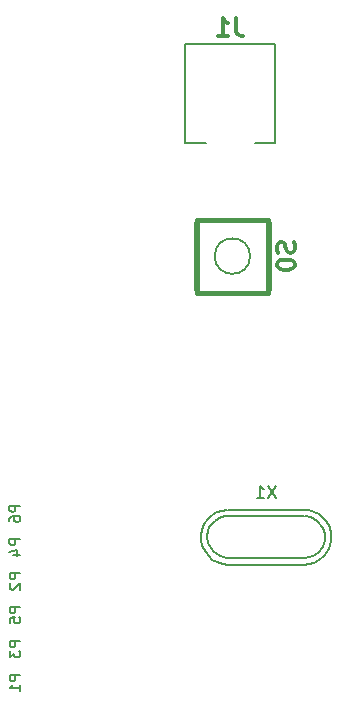
<source format=gbo>
G04 #@! TF.FileFunction,Legend,Bot*
%FSLAX46Y46*%
G04 Gerber Fmt 4.6, Leading zero omitted, Abs format (unit mm)*
G04 Created by KiCad (PCBNEW 4.0.2-stable) date Tuesday, August 23, 2016 'PMt' 01:57:14 PM*
%MOMM*%
G01*
G04 APERTURE LIST*
%ADD10C,0.020000*%
%ADD11C,0.200660*%
%ADD12C,0.381000*%
%ADD13C,0.150000*%
%ADD14C,0.304800*%
G04 APERTURE END LIST*
D10*
D11*
X226415600Y-149733000D02*
X228066600Y-149733000D01*
X228066600Y-149733000D02*
X228066600Y-141351000D01*
X228066600Y-141351000D02*
X220446600Y-141351000D01*
X220446600Y-141351000D02*
X220446600Y-149733000D01*
X220446600Y-149733000D02*
X222224600Y-149733000D01*
X225960940Y-159308800D02*
G75*
G03X225960940Y-159308800I-1501140J0D01*
G01*
D12*
X221361000Y-162107880D02*
X221361000Y-156509720D01*
X227558600Y-162107880D02*
X227558600Y-156509720D01*
X227459540Y-162407600D02*
X227459540Y-156210000D01*
X227459540Y-156210000D02*
X221460060Y-156210000D01*
X221460060Y-156210000D02*
X221460060Y-162407600D01*
X221460060Y-162407600D02*
X227459540Y-162407600D01*
D13*
X222605600Y-182107840D02*
X222404940Y-182509160D01*
X222404940Y-182509160D02*
X222303340Y-183108600D01*
X222303340Y-183108600D02*
X222404940Y-183608980D01*
X222404940Y-183608980D02*
X222803720Y-184307480D01*
X222803720Y-184307480D02*
X223405700Y-184708800D01*
X223405700Y-184708800D02*
X224005140Y-184909460D01*
X224005140Y-184909460D02*
X230604060Y-184909460D01*
X230604060Y-184909460D02*
X231305100Y-184708800D01*
X231305100Y-184708800D02*
X231703880Y-184409080D01*
X231703880Y-184409080D02*
X232105200Y-183908700D01*
X232105200Y-183908700D02*
X232305860Y-183309260D01*
X232305860Y-183309260D02*
X232305860Y-182808880D01*
X232305860Y-182808880D02*
X232105200Y-182308500D01*
X232105200Y-182308500D02*
X231604820Y-181709060D01*
X231604820Y-181709060D02*
X231104440Y-181409340D01*
X231104440Y-181409340D02*
X230604060Y-181307740D01*
X230505000Y-181307740D02*
X223903540Y-181307740D01*
X223903540Y-181307740D02*
X223504760Y-181409340D01*
X223504760Y-181409340D02*
X223004380Y-181709060D01*
X223004380Y-181709060D02*
X222504000Y-182209440D01*
X230494840Y-180779420D02*
X230954580Y-180827680D01*
X230954580Y-180827680D02*
X231353360Y-180939440D01*
X231353360Y-180939440D02*
X231785160Y-181157880D01*
X231785160Y-181157880D02*
X232074720Y-181389020D01*
X232074720Y-181389020D02*
X232404920Y-181739540D01*
X232404920Y-181739540D02*
X232694480Y-182278020D01*
X232694480Y-182278020D02*
X232824020Y-182877460D01*
X232824020Y-182877460D02*
X232824020Y-183388000D01*
X232824020Y-183388000D02*
X232653840Y-184089040D01*
X232653840Y-184089040D02*
X232255060Y-184678320D01*
X232255060Y-184678320D02*
X231795320Y-185049160D01*
X231795320Y-185049160D02*
X231373680Y-185257440D01*
X231373680Y-185257440D02*
X230924100Y-185417460D01*
X230924100Y-185417460D02*
X230484680Y-185447940D01*
X223144080Y-185229500D02*
X222765620Y-185008520D01*
X222765620Y-185008520D02*
X222445580Y-184729120D01*
X222445580Y-184729120D02*
X222194120Y-184398920D01*
X222194120Y-184398920D02*
X221894400Y-183847740D01*
X221894400Y-183847740D02*
X221785180Y-183377840D01*
X221785180Y-183377840D02*
X221764860Y-182918100D01*
X221764860Y-182918100D02*
X221853760Y-182458360D01*
X221853760Y-182458360D02*
X222044260Y-182008780D01*
X222044260Y-182008780D02*
X222404940Y-181538880D01*
X222404940Y-181538880D02*
X222755460Y-181218840D01*
X222755460Y-181218840D02*
X223144080Y-180987700D01*
X223144080Y-180987700D02*
X223573340Y-180848000D01*
X223573340Y-180848000D02*
X224015300Y-180779420D01*
X230505000Y-185437780D02*
X224053400Y-185437780D01*
X224053400Y-185437780D02*
X223634300Y-185399680D01*
X223634300Y-185399680D02*
X223144080Y-185229500D01*
X230505000Y-180779420D02*
X224053400Y-180779420D01*
D14*
X224764600Y-139173429D02*
X224764600Y-140262000D01*
X224837172Y-140479714D01*
X224982315Y-140624857D01*
X225200029Y-140697429D01*
X225345172Y-140697429D01*
X223240600Y-140697429D02*
X224111457Y-140697429D01*
X223676029Y-140697429D02*
X223676029Y-139173429D01*
X223821172Y-139391143D01*
X223966314Y-139536286D01*
X224111457Y-139608857D01*
X229676657Y-158147657D02*
X229749229Y-158365371D01*
X229749229Y-158728228D01*
X229676657Y-158873371D01*
X229604086Y-158945942D01*
X229458943Y-159018514D01*
X229313800Y-159018514D01*
X229168657Y-158945942D01*
X229096086Y-158873371D01*
X229023514Y-158728228D01*
X228950943Y-158437942D01*
X228878371Y-158292800D01*
X228805800Y-158220228D01*
X228660657Y-158147657D01*
X228515514Y-158147657D01*
X228370371Y-158220228D01*
X228297800Y-158292800D01*
X228225229Y-158437942D01*
X228225229Y-158800800D01*
X228297800Y-159018514D01*
X228225229Y-159961943D02*
X228225229Y-160107086D01*
X228297800Y-160252229D01*
X228370371Y-160324800D01*
X228515514Y-160397371D01*
X228805800Y-160469943D01*
X229168657Y-160469943D01*
X229458943Y-160397371D01*
X229604086Y-160324800D01*
X229676657Y-160252229D01*
X229749229Y-160107086D01*
X229749229Y-159961943D01*
X229676657Y-159816800D01*
X229604086Y-159744229D01*
X229458943Y-159671657D01*
X229168657Y-159599086D01*
X228805800Y-159599086D01*
X228515514Y-159671657D01*
X228370371Y-159744229D01*
X228297800Y-159816800D01*
X228225229Y-159961943D01*
D13*
X228114124Y-178750981D02*
X227447457Y-179750981D01*
X227447457Y-178750981D02*
X228114124Y-179750981D01*
X226542695Y-179750981D02*
X227114124Y-179750981D01*
X226828410Y-179750981D02*
X226828410Y-178750981D01*
X226923648Y-178893838D01*
X227018886Y-178989076D01*
X227114124Y-179036695D01*
X206515443Y-194776015D02*
X205615443Y-194776015D01*
X205615443Y-195118872D01*
X205658300Y-195204586D01*
X205701157Y-195247443D01*
X205786871Y-195290300D01*
X205915443Y-195290300D01*
X206001157Y-195247443D01*
X206044014Y-195204586D01*
X206086871Y-195118872D01*
X206086871Y-194776015D01*
X206515443Y-196147443D02*
X206515443Y-195633158D01*
X206515443Y-195890300D02*
X205615443Y-195890300D01*
X205744014Y-195804586D01*
X205829729Y-195718872D01*
X205872586Y-195633158D01*
X206515443Y-186165415D02*
X205615443Y-186165415D01*
X205615443Y-186508272D01*
X205658300Y-186593986D01*
X205701157Y-186636843D01*
X205786871Y-186679700D01*
X205915443Y-186679700D01*
X206001157Y-186636843D01*
X206044014Y-186593986D01*
X206086871Y-186508272D01*
X206086871Y-186165415D01*
X205701157Y-187022558D02*
X205658300Y-187065415D01*
X205615443Y-187151129D01*
X205615443Y-187365415D01*
X205658300Y-187451129D01*
X205701157Y-187493986D01*
X205786871Y-187536843D01*
X205872586Y-187536843D01*
X206001157Y-187493986D01*
X206515443Y-186979700D01*
X206515443Y-187536843D01*
X206515443Y-191905815D02*
X205615443Y-191905815D01*
X205615443Y-192248672D01*
X205658300Y-192334386D01*
X205701157Y-192377243D01*
X205786871Y-192420100D01*
X205915443Y-192420100D01*
X206001157Y-192377243D01*
X206044014Y-192334386D01*
X206086871Y-192248672D01*
X206086871Y-191905815D01*
X205615443Y-192720100D02*
X205615443Y-193277243D01*
X205958300Y-192977243D01*
X205958300Y-193105815D01*
X206001157Y-193191529D01*
X206044014Y-193234386D01*
X206129729Y-193277243D01*
X206344014Y-193277243D01*
X206429729Y-193234386D01*
X206472586Y-193191529D01*
X206515443Y-193105815D01*
X206515443Y-192848672D01*
X206472586Y-192762958D01*
X206429729Y-192720100D01*
X206490043Y-183295215D02*
X205590043Y-183295215D01*
X205590043Y-183638072D01*
X205632900Y-183723786D01*
X205675757Y-183766643D01*
X205761471Y-183809500D01*
X205890043Y-183809500D01*
X205975757Y-183766643D01*
X206018614Y-183723786D01*
X206061471Y-183638072D01*
X206061471Y-183295215D01*
X205890043Y-184580929D02*
X206490043Y-184580929D01*
X205547186Y-184366643D02*
X206190043Y-184152358D01*
X206190043Y-184709500D01*
X206515443Y-189035615D02*
X205615443Y-189035615D01*
X205615443Y-189378472D01*
X205658300Y-189464186D01*
X205701157Y-189507043D01*
X205786871Y-189549900D01*
X205915443Y-189549900D01*
X206001157Y-189507043D01*
X206044014Y-189464186D01*
X206086871Y-189378472D01*
X206086871Y-189035615D01*
X205615443Y-190364186D02*
X205615443Y-189935615D01*
X206044014Y-189892758D01*
X206001157Y-189935615D01*
X205958300Y-190021329D01*
X205958300Y-190235615D01*
X206001157Y-190321329D01*
X206044014Y-190364186D01*
X206129729Y-190407043D01*
X206344014Y-190407043D01*
X206429729Y-190364186D01*
X206472586Y-190321329D01*
X206515443Y-190235615D01*
X206515443Y-190021329D01*
X206472586Y-189935615D01*
X206429729Y-189892758D01*
X206490043Y-180425015D02*
X205590043Y-180425015D01*
X205590043Y-180767872D01*
X205632900Y-180853586D01*
X205675757Y-180896443D01*
X205761471Y-180939300D01*
X205890043Y-180939300D01*
X205975757Y-180896443D01*
X206018614Y-180853586D01*
X206061471Y-180767872D01*
X206061471Y-180425015D01*
X205590043Y-181710729D02*
X205590043Y-181539300D01*
X205632900Y-181453586D01*
X205675757Y-181410729D01*
X205804329Y-181325015D01*
X205975757Y-181282158D01*
X206318614Y-181282158D01*
X206404329Y-181325015D01*
X206447186Y-181367872D01*
X206490043Y-181453586D01*
X206490043Y-181625015D01*
X206447186Y-181710729D01*
X206404329Y-181753586D01*
X206318614Y-181796443D01*
X206104329Y-181796443D01*
X206018614Y-181753586D01*
X205975757Y-181710729D01*
X205932900Y-181625015D01*
X205932900Y-181453586D01*
X205975757Y-181367872D01*
X206018614Y-181325015D01*
X206104329Y-181282158D01*
M02*

</source>
